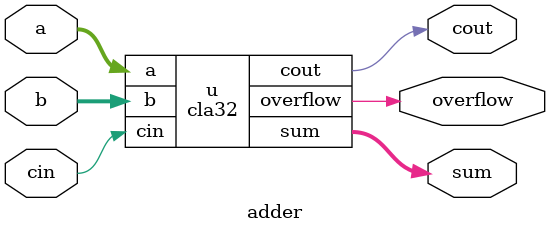
<source format=v>
`timescale 1ns / 1ns

module alu(
	input  wire [31:0] A,
	input  wire [31:0] B,
	input  wire [5:0]  Op,
	output reg  [31:0] C,
	output reg         Over
);
	// 预先做加/减，两份结果，方便 case 中直接挑。
	wire [31:0] add_sum, sub_sum;
	wire add_of, sub_dummy_of;  // 减法不用 adder 自带的 overflow 判定，自己按题目公式算。

	// 加法：A + B
	adder u_add (
		.a(A), .b(B), .cin(1'b0), .sum(add_sum), .cout(), .overflow(add_of)
	);

	// 减法：A + (~B + 1)
	adder u_sub (
		.a(A), .b(~B), .cin(1'b1), .sum(sub_sum), .cout(), .overflow(sub_dummy_of)
	);

	// 有符号溢出判定：
	wire add_overflow_signed = (A[31] == B[31]) && (add_sum[31] != A[31]);
	wire sub_overflow_signed = (A[31] != B[31]) && (sub_sum[31] != A[31]);

	// 移位位数只取 A[4:0]
	wire [4:0] shamt = A[4:0];

	always @* begin
		C    = 32'h0;
		Over = 1'b0;
		case (Op)
			6'b100000: begin // ADD 有符号
				C    = add_sum;
				Over = add_overflow_signed;  // 不用无符号那套
			end
			6'b100001: begin // ADDU 无符号
				C    = add_sum;
				Over = 1'b0;
			end
			6'b100010: begin // SUB 有符号
				C    = sub_sum;
				Over = sub_overflow_signed;
			end
			6'b100011: begin // SUBU 无符号
				C    = sub_sum;
				Over = 1'b0;
			end
			6'b000000: begin // SLL 逻辑左移 (B << shamt)
				C    = B << shamt;
			end
			6'b000010: begin // SRL 逻辑右移 (B >> shamt)
				C    = B >> shamt;
			end
			6'b000011: begin // SRA 算术右移
				C    = $signed(B) >>> shamt;
			end
			6'b100100: begin // AND
				C    = A & B;
			end
			6'b100101: begin // OR
				C    = A | B;
			end
			6'b100110: begin // XOR
				C    = A ^ B;
			end
			6'b100111: begin // NOR
				C    = ~(A | B);
			end
			default: begin
				C    = 32'h0000_0000;
				Over = 1'b0;
			end
		endcase
	end
endmodule

// ------------------------------------------------------------
// 下方是来自实验1的超前进位加法器（精简注释版）。
// ------------------------------------------------------------

module cla4(
	input  wire [3:0] a,
	input  wire [3:0] b,
	input  wire       cin,
	output wire [3:0] sum,
	output wire       cout,
	output wire       P_group,
	output wire       G_group
);
	wire [3:0] p = a ^ b;
	wire [3:0] g = a & b;
	wire c1, c2, c3, c4;

	assign c1 = g[0] | (p[0] & cin);
	assign c2 = g[1] | (p[1] & g[0]) | (p[1] & p[0] & cin);
	assign c3 = g[2] | (p[2] & g[1]) | (p[2] & p[1] & g[0]) | (p[2] & p[1] & p[0] & cin);
	assign c4 = g[3] | (p[3] & g[2]) | (p[3] & p[2] & g[1]) | (p[3] & p[2] & p[1] & g[0]) | (p[3] & p[2] & p[1] & p[0] & cin);

	assign sum[0] = p[0] ^ cin;
	assign sum[1] = p[1] ^ c1;
	assign sum[2] = p[2] ^ c2;
	assign sum[3] = p[3] ^ c3;
	assign cout   = c4;

	assign P_group = &p;
	assign G_group = g[3] | (p[3] & g[2]) | (p[3] & p[2] & g[1]) | (p[3] & p[2] & p[1] & g[0]);
endmodule

module cla32(
	input  wire [31:0] a,
	input  wire [31:0] b,
	input  wire        cin,
	output wire [31:0] sum,
	output wire        cout,
	output wire        overflow
);
	wire [7:0] P_blk, G_blk;
	wire [8:0] C;  // C[0]=cin, C[8]=cout
	assign C[0] = cin;

	genvar i;
	generate for(i=0;i<8;i=i+1) begin: G_CLA4
		cla4 u (
			.a(a[4*i+3:4*i]), .b(b[4*i+3:4*i]), .cin(C[i]),
			.sum(sum[4*i+3:4*i]), .cout(), .P_group(P_blk[i]), .G_group(G_blk[i])
		);
	end endgenerate

	assign C[1] = G_blk[0] | (P_blk[0] & C[0]);
	assign C[2] = G_blk[1] | (P_blk[1] & G_blk[0]) | (P_blk[1] & P_blk[0] & C[0]);
	assign C[3] = G_blk[2] | (P_blk[2] & G_blk[1]) | (P_blk[2] & P_blk[1] & G_blk[0]) | (P_blk[2] & P_blk[1] & P_blk[0] & C[0]);
	assign C[4] = G_blk[3] | (P_blk[3] & G_blk[2]) | (P_blk[3] & P_blk[2] & G_blk[1]) | (P_blk[3] & P_blk[2] & P_blk[1] & G_blk[0]) | (P_blk[3] & P_blk[2] & P_blk[1] & P_blk[0] & C[0]);
	assign C[5] = G_blk[4] | (P_blk[4] & G_blk[3]) | (P_blk[4] & P_blk[3] & G_blk[2]) | (P_blk[4] & P_blk[3] & P_blk[2] & G_blk[1]) | (P_blk[4] & P_blk[3] & P_blk[2] & P_blk[1] & G_blk[0]) | (P_blk[4] & P_blk[3] & P_blk[2] & P_blk[1] & P_blk[0] & C[0]);
	assign C[6] = G_blk[5] | (P_blk[5] & G_blk[4]) | (P_blk[5] & P_blk[4] & G_blk[3]) | (P_blk[5] & P_blk[4] & P_blk[3] & G_blk[2]) | (P_blk[5] & P_blk[4] & P_blk[3] & P_blk[2] & G_blk[1]) | (P_blk[5] & P_blk[4] & P_blk[3] & P_blk[2] & P_blk[1] & G_blk[0]) | (P_blk[5] & P_blk[4] & P_blk[3] & P_blk[2] & P_blk[1] & P_blk[0] & C[0]);
	assign C[7] = G_blk[6] | (P_blk[6] & G_blk[5]) | (P_blk[6] & P_blk[5] & G_blk[4]) | (P_blk[6] & P_blk[5] & P_blk[4] & G_blk[3]) | (P_blk[6] & P_blk[5] & P_blk[4] & P_blk[3] & G_blk[2]) | (P_blk[6] & P_blk[5] & P_blk[4] & P_blk[3] & P_blk[2] & G_blk[1]) | (P_blk[6] & P_blk[5] & P_blk[4] & P_blk[3] & P_blk[2] & P_blk[1] & G_blk[0]) | (P_blk[6] & P_blk[5] & P_blk[4] & P_blk[3] & P_blk[2] & P_blk[1] & P_blk[0] & C[0]);
	assign C[8] = G_blk[7] | (P_blk[7] & G_blk[6]) | (P_blk[7] & P_blk[6] & G_blk[5]) | (P_blk[7] & P_blk[6] & P_blk[5] & G_blk[4]) | (P_blk[7] & P_blk[6] & P_blk[5] & P_blk[4] & G_blk[3]) | (P_blk[7] & P_blk[6] & P_blk[5] & P_blk[4] & P_blk[3] & G_blk[2]) | (P_blk[7] & P_blk[6] & P_blk[5] & P_blk[4] & P_blk[3] & P_blk[2] & G_blk[1]) | (P_blk[7] & P_blk[6] & P_blk[5] & P_blk[4] & P_blk[3] & P_blk[2] & P_blk[1] & G_blk[0]) | (P_blk[7] & P_blk[6] & P_blk[5] & P_blk[4] & P_blk[3] & P_blk[2] & P_blk[1] & P_blk[0] & C[0]);

	assign cout = C[8];
	// sum 由子模块直接驱动，这里不再额外 assign，避免形成自反赋值。
	assign overflow = (a[31] & b[31] & ~sum[31]) | (~a[31] & ~b[31] & sum[31]);
endmodule

module adder(
	input  wire [31:0] a,
	input  wire [31:0] b,
	input  wire        cin,
	output wire [31:0] sum,
	output wire        cout,
	output wire        overflow
);
	cla32 u (
		.a(a), .b(b), .cin(cin), .sum(sum), .cout(cout), .overflow(overflow)
	);
endmodule


</source>
